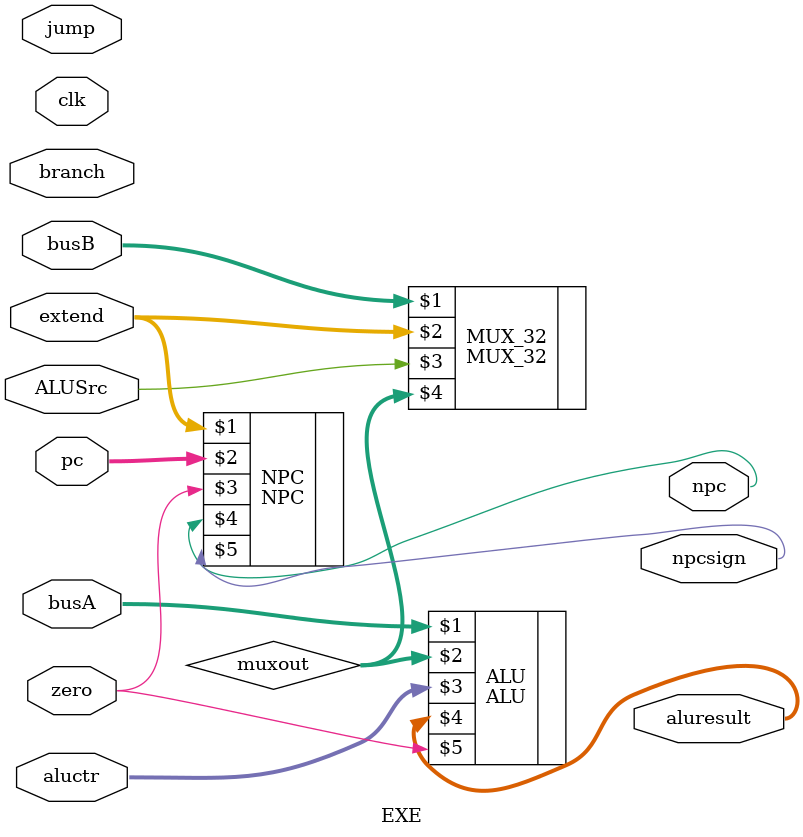
<source format=v>
`timescale 1ns / 1ps


module EXE(
    input   [31:0]pc,
    input   [31:0]busA,
    input   [31:0]busB,
    input   [31:0]extend,
    input   ALUSrc,
    input   [2:0]aluctr,
    input   clk,
    input   jump,
    input   zero,
    input   branch,
    output  zero,
    output  [31:0]aluresult,
    output  [31:0]busB,
    output  npcsign,
    output  npc
    );
    wire    [31:0]muxout;

    MUX_32 MUX_32(busB,extend,ALUSrc,muxout);
    ALU ALU(busA,muxout,aluctr,aluresult,zero);
    NPC NPC(extend,pc,zero,npc,npcsign);

endmodule

</source>
